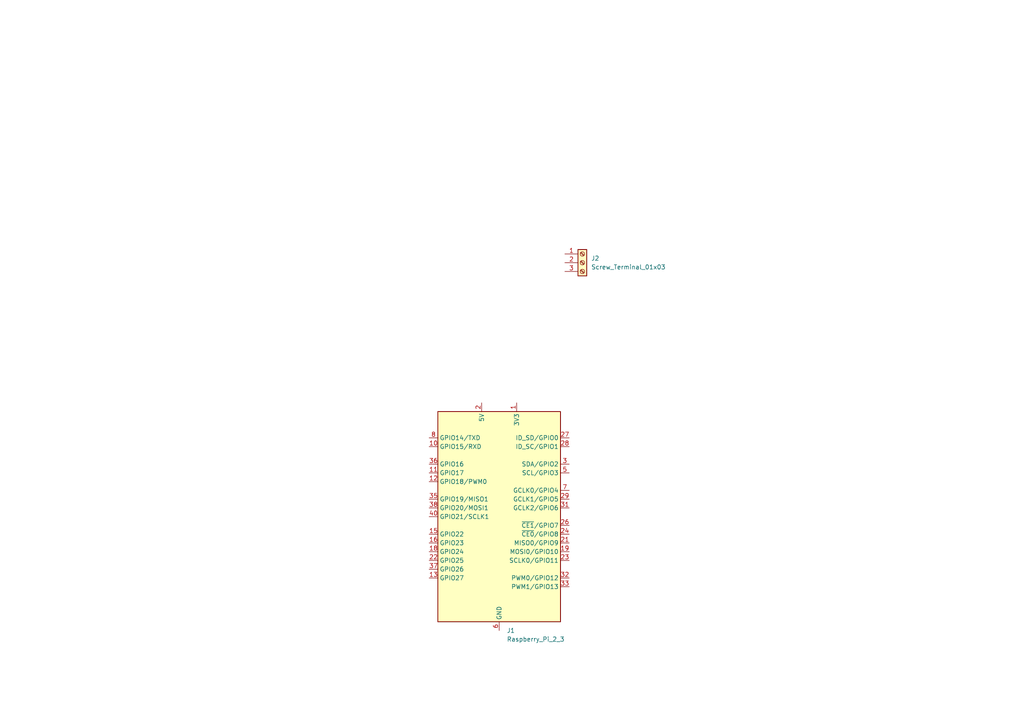
<source format=kicad_sch>
(kicad_sch (version 20231120) (generator "eeschema") (generator_version "8.0")
  (paper "A4")
  (lib_symbols
    (symbol "Connector:Raspberry_Pi_2_3"
      (property "Reference" "J" (at -17.78 31.75 0))
      (property "Value" "Raspberry_Pi_2_3" (at 10.16 -31.75 0))
      (symbol "Raspberry_Pi_2_3_0_1"
        (rectangle (start -17.78 30.48) (end 17.78 -30.48) (stroke (width 0.254)) (fill (type background)))
      )
      (symbol "Raspberry_Pi_2_3_1_1"
        (pin power_in line (at 5.08 33.02 270) (length 2.54) (name "3V3") (number "1"))
        (pin bidirectional line (at -20.32 20.32 0) (length 2.54) (name "GPIO15/RXD") (number "10"))
        (pin bidirectional line (at -20.32 12.7 0) (length 2.54) (name "GPIO17") (number "11"))
        (pin bidirectional line (at -20.32 10.16 0) (length 2.54) (name "GPIO18/PWM0") (number "12"))
        (pin bidirectional line (at -20.32 -17.78 0) (length 2.54) (name "GPIO27") (number "13"))
        (pin passive line (at 0 -33.02 90) (length 2.54) hide (name "GND") (number "14"))
        (pin bidirectional line (at -20.32 -5.08 0) (length 2.54) (name "GPIO22") (number "15"))
        (pin bidirectional line (at -20.32 -7.62 0) (length 2.54) (name "GPIO23") (number "16"))
        (pin passive line (at 5.08 33.02 270) (length 2.54) hide (name "3V3") (number "17"))
        (pin bidirectional line (at -20.32 -10.16 0) (length 2.54) (name "GPIO24") (number "18"))
        (pin bidirectional line (at 20.32 -10.16 180) (length 2.54) (name "MOSI0/GPIO10") (number "19"))
        (pin power_in line (at -5.08 33.02 270) (length 2.54) (name "5V") (number "2"))
        (pin passive line (at 0 -33.02 90) (length 2.54) hide (name "GND") (number "20"))
        (pin bidirectional line (at 20.32 -7.62 180) (length 2.54) (name "MISO0/GPIO9") (number "21"))
        (pin bidirectional line (at -20.32 -12.7 0) (length 2.54) (name "GPIO25") (number "22"))
        (pin bidirectional line (at 20.32 -12.7 180) (length 2.54) (name "SCLK0/GPIO11") (number "23"))
        (pin bidirectional line (at 20.32 -5.08 180) (length 2.54) (name "~{CE0}/GPIO8") (number "24"))
        (pin passive line (at 0 -33.02 90) (length 2.54) hide (name "GND") (number "25"))
        (pin bidirectional line (at 20.32 -2.54 180) (length 2.54) (name "~{CE1}/GPIO7") (number "26"))
        (pin bidirectional line (at 20.32 22.86 180) (length 2.54) (name "ID_SD/GPIO0") (number "27"))
        (pin bidirectional line (at 20.32 20.32 180) (length 2.54) (name "ID_SC/GPIO1") (number "28"))
        (pin bidirectional line (at 20.32 5.08 180) (length 2.54) (name "GCLK1/GPIO5") (number "29"))
        (pin bidirectional line (at 20.32 15.24 180) (length 2.54) (name "SDA/GPIO2") (number "3"))
        (pin passive line (at 0 -33.02 90) (length 2.54) hide (name "GND") (number "30"))
        (pin bidirectional line (at 20.32 2.54 180) (length 2.54) (name "GCLK2/GPIO6") (number "31"))
        (pin bidirectional line (at 20.32 -17.78 180) (length 2.54) (name "PWM0/GPIO12") (number "32"))
        (pin bidirectional line (at 20.32 -20.32 180) (length 2.54) (name "PWM1/GPIO13") (number "33"))
        (pin passive line (at 0 -33.02 90) (length 2.54) hide (name "GND") (number "34"))
        (pin bidirectional line (at -20.32 5.08 0) (length 2.54) (name "GPIO19/MISO1") (number "35"))
        (pin bidirectional line (at -20.32 15.24 0) (length 2.54) (name "GPIO16") (number "36"))
        (pin bidirectional line (at -20.32 -15.24 0) (length 2.54) (name "GPIO26") (number "37"))
        (pin bidirectional line (at -20.32 2.54 0) (length 2.54) (name "GPIO20/MOSI1") (number "38"))
        (pin passive line (at 0 -33.02 90) (length 2.54) hide (name "GND") (number "39"))
        (pin passive line (at -5.08 33.02 270) (length 2.54) hide (name "5V") (number "4"))
        (pin bidirectional line (at -20.32 0 0) (length 2.54) (name "GPIO21/SCLK1") (number "40"))
        (pin bidirectional line (at 20.32 12.7 180) (length 2.54) (name "SCL/GPIO3") (number "5"))
        (pin power_in line (at 0 -33.02 90) (length 2.54) (name "GND") (number "6"))
        (pin bidirectional line (at 20.32 7.62 180) (length 2.54) (name "GCLK0/GPIO4") (number "7"))
        (pin bidirectional line (at -20.32 22.86 0) (length 2.54) (name "GPIO14/TXD") (number "8"))
        (pin passive line (at 0 -33.02 90) (length 2.54) hide (name "GND") (number "9"))
      )
    )
    (symbol "Connector:Screw_Terminal_01x03" (pin_names (offset 1.016) hide)
      (property "Reference" "J" (at 0 5.08 0))
      (property "Value" "Screw_Terminal_01x03" (at 0 -5.08 0))
      (symbol "Screw_Terminal_01x03_1_1"
        (rectangle (start -1.27 3.81) (end 1.27 -3.81) (stroke (width 0.254)) (fill (type background)))
        (circle (center 0 -2.54) (radius 0.635) (stroke (width 0.1524)))
        (polyline (pts (xy -0.5334 -2.2098) (xy 0.3302 -3.048)) (stroke (width 0.1524)))
        (polyline (pts (xy -0.5334 0.3302) (xy 0.3302 -0.508)) (stroke (width 0.1524)))
        (polyline (pts (xy -0.5334 2.8702) (xy 0.3302 2.032)) (stroke (width 0.1524)))
        (polyline (pts (xy -0.3556 -2.032) (xy 0.508 -2.8702)) (stroke (width 0.1524)))
        (polyline (pts (xy -0.3556 0.508) (xy 0.508 -0.3302)) (stroke (width 0.1524)))
        (polyline (pts (xy -0.3556 3.048) (xy 0.508 2.2098)) (stroke (width 0.1524)))
        (circle (center 0 0) (radius 0.635) (stroke (width 0.1524)))
        (circle (center 0 2.54) (radius 0.635) (stroke (width 0.1524)))
        (pin passive line (at -5.08 2.54 0) (length 3.81) (name "Pin_1") (number "1"))
        (pin passive line (at -5.08 0 0) (length 3.81) (name "Pin_2") (number "2"))
        (pin passive line (at -5.08 -2.54 0) (length 3.81) (name "Pin_3") (number "3"))
      )
    )
  )
  (symbol (lib_id "Connector:Raspberry_Pi_2_3") (at 144.78 149.86 0) (unit 1)
    (property "Reference" "J1" (at 146.9741 182.88 0) (effects (justify left)))
    (property "Value" "Raspberry_Pi_2_3" (at 146.9741 185.42 0) (effects (justify left)))
    (property "Datasheet" "https://www.raspberrypi.org/documentation/hardware/raspberrypi/schematics/rpi_SCH_3bplus_1p0_reduced.pdf" (effects (hide yes)))
    (property "Description" "expansion header for Raspberry Pi 2 & 3" (effects (hide yes)))
  )
  (symbol (lib_id "Connector:Screw_Terminal_01x03") (at 168.91 76.2 0) (unit 1)
    (property "Reference" "J2" (at 171.45 74.9299 0) (effects (justify left)))
    (property "Value" "Screw_Terminal_01x03" (at 171.45 77.4699 0) (effects (justify left)))
    (property "Description" "Generic screw terminal, single row, 01x03, script generated (kicad-library-utils/schlib/autogen/connector/)" (effects (hide yes)))
  )
)
</source>
